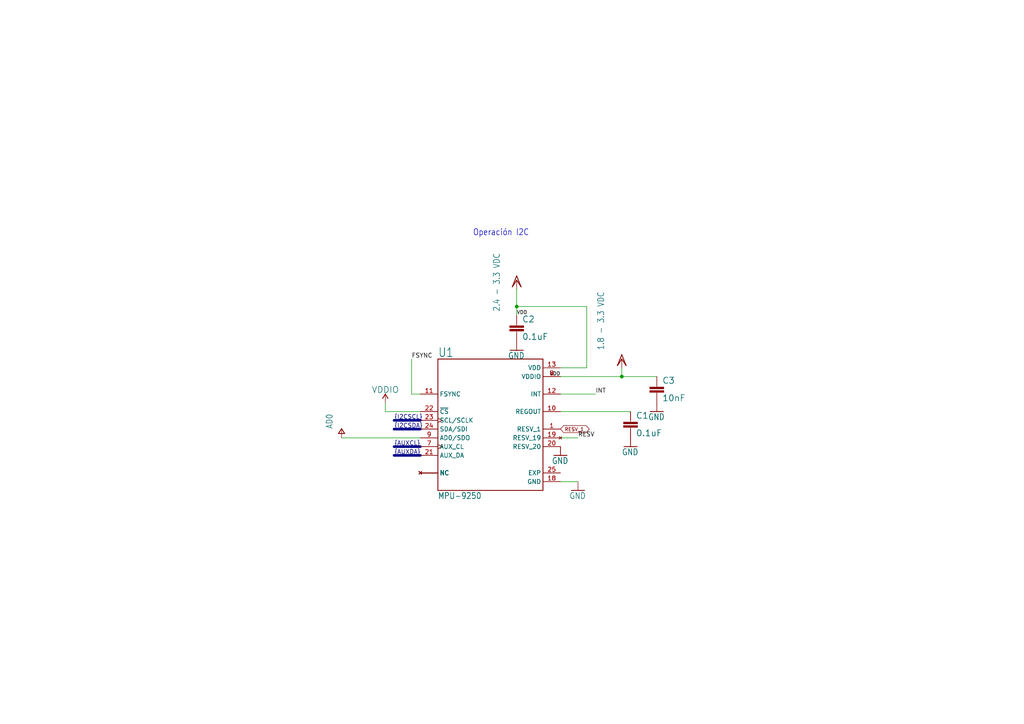
<source format=kicad_sch>
(kicad_sch
	(version 20231120)
	(generator "eeschema")
	(generator_version "8.0")
	(uuid "c7ba0818-5246-4f1b-9bbe-08050b37def5")
	(paper "A4")
	(lib_symbols
		(symbol "MPU9250-eagle-import:CAP-1206"
			(exclude_from_sim no)
			(in_bom yes)
			(on_board yes)
			(property "Reference" "C"
				(at 1.524 2.921 0)
				(effects
					(font
						(size 1.778 1.778)
					)
					(justify left bottom)
				)
			)
			(property "Value" ""
				(at 1.524 -2.159 0)
				(effects
					(font
						(size 1.778 1.778)
					)
					(justify left bottom)
				)
			)
			(property "Footprint" "MPU9250:1206"
				(at 0 0 0)
				(effects
					(font
						(size 1.27 1.27)
					)
					(hide yes)
				)
			)
			(property "Datasheet" ""
				(at 0 0 0)
				(effects
					(font
						(size 1.27 1.27)
					)
					(hide yes)
				)
			)
			(property "Description" ""
				(at 0 0 0)
				(effects
					(font
						(size 1.27 1.27)
					)
					(hide yes)
				)
			)
			(property "ki_locked" ""
				(at 0 0 0)
				(effects
					(font
						(size 1.27 1.27)
					)
				)
			)
			(symbol "CAP-1206_1_0"
				(rectangle
					(start -2.032 0.508)
					(end 2.032 1.016)
					(stroke
						(width 0)
						(type default)
					)
					(fill
						(type outline)
					)
				)
				(rectangle
					(start -2.032 1.524)
					(end 2.032 2.032)
					(stroke
						(width 0)
						(type default)
					)
					(fill
						(type outline)
					)
				)
				(polyline
					(pts
						(xy 0 0) (xy 0 0.508)
					)
					(stroke
						(width 0.1524)
						(type solid)
					)
					(fill
						(type none)
					)
				)
				(polyline
					(pts
						(xy 0 2.54) (xy 0 2.032)
					)
					(stroke
						(width 0.1524)
						(type solid)
					)
					(fill
						(type none)
					)
				)
				(pin passive line
					(at 0 5.08 270)
					(length 2.54)
					(name "1"
						(effects
							(font
								(size 0 0)
							)
						)
					)
					(number "1"
						(effects
							(font
								(size 0 0)
							)
						)
					)
				)
				(pin passive line
					(at 0 -2.54 90)
					(length 2.54)
					(name "2"
						(effects
							(font
								(size 0 0)
							)
						)
					)
					(number "2"
						(effects
							(font
								(size 0 0)
							)
						)
					)
				)
			)
		)
		(symbol "MPU9250-eagle-import:GND"
			(power)
			(exclude_from_sim no)
			(in_bom yes)
			(on_board yes)
			(property "Reference" "#GND"
				(at 0 0 0)
				(effects
					(font
						(size 1.27 1.27)
					)
					(hide yes)
				)
			)
			(property "Value" ""
				(at -2.54 -2.54 0)
				(effects
					(font
						(size 1.778 1.5113)
					)
					(justify left bottom)
				)
			)
			(property "Footprint" ""
				(at 0 0 0)
				(effects
					(font
						(size 1.27 1.27)
					)
					(hide yes)
				)
			)
			(property "Datasheet" ""
				(at 0 0 0)
				(effects
					(font
						(size 1.27 1.27)
					)
					(hide yes)
				)
			)
			(property "Description" "SUPPLY SYMBOL"
				(at 0 0 0)
				(effects
					(font
						(size 1.27 1.27)
					)
					(hide yes)
				)
			)
			(property "ki_locked" ""
				(at 0 0 0)
				(effects
					(font
						(size 1.27 1.27)
					)
				)
			)
			(symbol "GND_1_0"
				(polyline
					(pts
						(xy -1.905 0) (xy 1.905 0)
					)
					(stroke
						(width 0.254)
						(type solid)
					)
					(fill
						(type none)
					)
				)
				(pin power_in line
					(at 0 2.54 270)
					(length 2.54)
					(name "GND"
						(effects
							(font
								(size 0 0)
							)
						)
					)
					(number "1"
						(effects
							(font
								(size 0 0)
							)
						)
					)
				)
			)
		)
		(symbol "MPU9250-eagle-import:MPU-9250"
			(exclude_from_sim no)
			(in_bom yes)
			(on_board yes)
			(property "Reference" "U"
				(at -15.2602 20.8556 0)
				(effects
					(font
						(size 2.54 2.159)
					)
					(justify left bottom)
				)
			)
			(property "Value" ""
				(at -15.2414 -20.3219 0)
				(effects
					(font
						(size 1.7781 1.5113)
					)
					(justify left bottom)
				)
			)
			(property "Footprint" "MPU9250:QFN40P300X300X105-25N"
				(at 0 0 0)
				(effects
					(font
						(size 1.27 1.27)
					)
					(hide yes)
				)
			)
			(property "Datasheet" ""
				(at 0 0 0)
				(effects
					(font
						(size 1.27 1.27)
					)
					(hide yes)
				)
			)
			(property "Description" "https://pricing.snapeda.com/parts/MPU-9250/TDK%20InvenSense/view-part?ref=eda Check availability"
				(at 0 0 0)
				(effects
					(font
						(size 1.27 1.27)
					)
					(hide yes)
				)
			)
			(property "ki_locked" ""
				(at 0 0 0)
				(effects
					(font
						(size 1.27 1.27)
					)
				)
			)
			(symbol "MPU-9250_1_0"
				(polyline
					(pts
						(xy -15.24 -17.78) (xy 15.24 -17.78)
					)
					(stroke
						(width 0.254)
						(type solid)
					)
					(fill
						(type none)
					)
				)
				(polyline
					(pts
						(xy -15.24 20.32) (xy -15.24 -17.78)
					)
					(stroke
						(width 0.254)
						(type solid)
					)
					(fill
						(type none)
					)
				)
				(polyline
					(pts
						(xy 15.24 -17.78) (xy 15.24 20.32)
					)
					(stroke
						(width 0.254)
						(type solid)
					)
					(fill
						(type none)
					)
				)
				(polyline
					(pts
						(xy 15.24 20.32) (xy -15.24 20.32)
					)
					(stroke
						(width 0.254)
						(type solid)
					)
					(fill
						(type none)
					)
				)
				(pin power_in line
					(at 20.32 0 180)
					(length 5.08)
					(name "RESV_1"
						(effects
							(font
								(size 1.27 1.27)
							)
						)
					)
					(number "1"
						(effects
							(font
								(size 1.27 1.27)
							)
						)
					)
				)
				(pin output line
					(at 20.32 5.08 180)
					(length 5.08)
					(name "REGOUT"
						(effects
							(font
								(size 1.27 1.27)
							)
						)
					)
					(number "10"
						(effects
							(font
								(size 1.27 1.27)
							)
						)
					)
				)
				(pin input line
					(at -20.32 10.16 0)
					(length 5.08)
					(name "FSYNC"
						(effects
							(font
								(size 1.27 1.27)
							)
						)
					)
					(number "11"
						(effects
							(font
								(size 1.27 1.27)
							)
						)
					)
				)
				(pin output line
					(at 20.32 10.16 180)
					(length 5.08)
					(name "INT"
						(effects
							(font
								(size 1.27 1.27)
							)
						)
					)
					(number "12"
						(effects
							(font
								(size 1.27 1.27)
							)
						)
					)
				)
				(pin power_in line
					(at 20.32 17.78 180)
					(length 5.08)
					(name "VDD"
						(effects
							(font
								(size 1.27 1.27)
							)
						)
					)
					(number "13"
						(effects
							(font
								(size 1.27 1.27)
							)
						)
					)
				)
				(pin no_connect line
					(at -20.32 -12.7 0)
					(length 5.08)
					(name "NC"
						(effects
							(font
								(size 1.27 1.27)
							)
						)
					)
					(number "14"
						(effects
							(font
								(size 0 0)
							)
						)
					)
				)
				(pin no_connect line
					(at -20.32 -12.7 0)
					(length 5.08)
					(name "NC"
						(effects
							(font
								(size 1.27 1.27)
							)
						)
					)
					(number "15"
						(effects
							(font
								(size 0 0)
							)
						)
					)
				)
				(pin no_connect line
					(at -20.32 -12.7 0)
					(length 5.08)
					(name "NC"
						(effects
							(font
								(size 1.27 1.27)
							)
						)
					)
					(number "16"
						(effects
							(font
								(size 0 0)
							)
						)
					)
				)
				(pin no_connect line
					(at -20.32 -12.7 0)
					(length 5.08)
					(name "NC"
						(effects
							(font
								(size 1.27 1.27)
							)
						)
					)
					(number "17"
						(effects
							(font
								(size 0 0)
							)
						)
					)
				)
				(pin power_in line
					(at 20.32 -15.24 180)
					(length 5.08)
					(name "GND"
						(effects
							(font
								(size 1.27 1.27)
							)
						)
					)
					(number "18"
						(effects
							(font
								(size 1.27 1.27)
							)
						)
					)
				)
				(pin no_connect line
					(at 20.32 -2.54 180)
					(length 5.08)
					(name "RESV_19"
						(effects
							(font
								(size 1.27 1.27)
							)
						)
					)
					(number "19"
						(effects
							(font
								(size 1.27 1.27)
							)
						)
					)
				)
				(pin no_connect line
					(at -20.32 -12.7 0)
					(length 5.08)
					(name "NC"
						(effects
							(font
								(size 1.27 1.27)
							)
						)
					)
					(number "2"
						(effects
							(font
								(size 0 0)
							)
						)
					)
				)
				(pin power_in line
					(at 20.32 -5.08 180)
					(length 5.08)
					(name "RESV_20"
						(effects
							(font
								(size 1.27 1.27)
							)
						)
					)
					(number "20"
						(effects
							(font
								(size 1.27 1.27)
							)
						)
					)
				)
				(pin input line
					(at -20.32 -7.62 0)
					(length 5.08)
					(name "AUX_DA"
						(effects
							(font
								(size 1.27 1.27)
							)
						)
					)
					(number "21"
						(effects
							(font
								(size 1.27 1.27)
							)
						)
					)
				)
				(pin input line
					(at -20.32 5.08 0)
					(length 5.08)
					(name "~{CS}"
						(effects
							(font
								(size 1.27 1.27)
							)
						)
					)
					(number "22"
						(effects
							(font
								(size 1.27 1.27)
							)
						)
					)
				)
				(pin input clock
					(at -20.32 2.54 0)
					(length 5.08)
					(name "SCL/SCLK"
						(effects
							(font
								(size 1.27 1.27)
							)
						)
					)
					(number "23"
						(effects
							(font
								(size 1.27 1.27)
							)
						)
					)
				)
				(pin bidirectional line
					(at -20.32 0 0)
					(length 5.08)
					(name "SDA/SDI"
						(effects
							(font
								(size 1.27 1.27)
							)
						)
					)
					(number "24"
						(effects
							(font
								(size 1.27 1.27)
							)
						)
					)
				)
				(pin passive line
					(at 20.32 -12.7 180)
					(length 5.08)
					(name "EXP"
						(effects
							(font
								(size 1.27 1.27)
							)
						)
					)
					(number "25"
						(effects
							(font
								(size 1.27 1.27)
							)
						)
					)
				)
				(pin no_connect line
					(at -20.32 -12.7 0)
					(length 5.08)
					(name "NC"
						(effects
							(font
								(size 1.27 1.27)
							)
						)
					)
					(number "3"
						(effects
							(font
								(size 0 0)
							)
						)
					)
				)
				(pin no_connect line
					(at -20.32 -12.7 0)
					(length 5.08)
					(name "NC"
						(effects
							(font
								(size 1.27 1.27)
							)
						)
					)
					(number "4"
						(effects
							(font
								(size 0 0)
							)
						)
					)
				)
				(pin no_connect line
					(at -20.32 -12.7 0)
					(length 5.08)
					(name "NC"
						(effects
							(font
								(size 1.27 1.27)
							)
						)
					)
					(number "5"
						(effects
							(font
								(size 0 0)
							)
						)
					)
				)
				(pin no_connect line
					(at -20.32 -12.7 0)
					(length 5.08)
					(name "NC"
						(effects
							(font
								(size 1.27 1.27)
							)
						)
					)
					(number "6"
						(effects
							(font
								(size 0 0)
							)
						)
					)
				)
				(pin input clock
					(at -20.32 -5.08 0)
					(length 5.08)
					(name "AUX_CL"
						(effects
							(font
								(size 1.27 1.27)
							)
						)
					)
					(number "7"
						(effects
							(font
								(size 1.27 1.27)
							)
						)
					)
				)
				(pin power_in line
					(at 20.32 15.24 180)
					(length 5.08)
					(name "VDDIO"
						(effects
							(font
								(size 1.27 1.27)
							)
						)
					)
					(number "8"
						(effects
							(font
								(size 1.27 1.27)
							)
						)
					)
				)
				(pin output line
					(at -20.32 -2.54 0)
					(length 5.08)
					(name "AD0/SDO"
						(effects
							(font
								(size 1.27 1.27)
							)
						)
					)
					(number "9"
						(effects
							(font
								(size 1.27 1.27)
							)
						)
					)
				)
			)
		)
		(symbol "MPU9250-eagle-import:V+"
			(power)
			(exclude_from_sim no)
			(in_bom yes)
			(on_board yes)
			(property "Reference" "#P+"
				(at 0 0 0)
				(effects
					(font
						(size 1.27 1.27)
					)
					(hide yes)
				)
			)
			(property "Value" ""
				(at -2.54 -2.54 90)
				(effects
					(font
						(size 1.778 1.5113)
					)
					(justify left bottom)
				)
			)
			(property "Footprint" ""
				(at 0 0 0)
				(effects
					(font
						(size 1.27 1.27)
					)
					(hide yes)
				)
			)
			(property "Datasheet" ""
				(at 0 0 0)
				(effects
					(font
						(size 1.27 1.27)
					)
					(hide yes)
				)
			)
			(property "Description" "SUPPLY SYMBOL"
				(at 0 0 0)
				(effects
					(font
						(size 1.27 1.27)
					)
					(hide yes)
				)
			)
			(property "ki_locked" ""
				(at 0 0 0)
				(effects
					(font
						(size 1.27 1.27)
					)
				)
			)
			(symbol "V+_1_0"
				(polyline
					(pts
						(xy -0.889 -1.27) (xy 0.889 -1.27)
					)
					(stroke
						(width 0.254)
						(type solid)
					)
					(fill
						(type none)
					)
				)
				(polyline
					(pts
						(xy 0 0.127) (xy -0.889 -1.27)
					)
					(stroke
						(width 0.254)
						(type solid)
					)
					(fill
						(type none)
					)
				)
				(polyline
					(pts
						(xy 0.889 -1.27) (xy 0 0.127)
					)
					(stroke
						(width 0.254)
						(type solid)
					)
					(fill
						(type none)
					)
				)
				(pin power_in line
					(at 0 -2.54 90)
					(length 2.54)
					(name "V+"
						(effects
							(font
								(size 0 0)
							)
						)
					)
					(number "1"
						(effects
							(font
								(size 0 0)
							)
						)
					)
				)
			)
		)
		(symbol "MPU9250-eagle-import:VDD"
			(power)
			(exclude_from_sim no)
			(in_bom yes)
			(on_board yes)
			(property "Reference" "#VDD"
				(at 0 0 0)
				(effects
					(font
						(size 1.27 1.27)
					)
					(hide yes)
				)
			)
			(property "Value" ""
				(at -2.54 -2.54 90)
				(effects
					(font
						(size 1.778 1.5113)
					)
					(justify left bottom)
				)
			)
			(property "Footprint" ""
				(at 0 0 0)
				(effects
					(font
						(size 1.27 1.27)
					)
					(hide yes)
				)
			)
			(property "Datasheet" ""
				(at 0 0 0)
				(effects
					(font
						(size 1.27 1.27)
					)
					(hide yes)
				)
			)
			(property "Description" "SUPPLY SYMBOL"
				(at 0 0 0)
				(effects
					(font
						(size 1.27 1.27)
					)
					(hide yes)
				)
			)
			(property "ki_locked" ""
				(at 0 0 0)
				(effects
					(font
						(size 1.27 1.27)
					)
				)
			)
			(symbol "VDD_1_0"
				(polyline
					(pts
						(xy 0 0) (xy -1.27 -1.905)
					)
					(stroke
						(width 0.254)
						(type solid)
					)
					(fill
						(type none)
					)
				)
				(polyline
					(pts
						(xy 0 1.27) (xy -1.27 -1.905)
					)
					(stroke
						(width 0.254)
						(type solid)
					)
					(fill
						(type none)
					)
				)
				(polyline
					(pts
						(xy 1.27 -1.905) (xy 0 0)
					)
					(stroke
						(width 0.254)
						(type solid)
					)
					(fill
						(type none)
					)
				)
				(polyline
					(pts
						(xy 1.27 -1.905) (xy 0 1.27)
					)
					(stroke
						(width 0.254)
						(type solid)
					)
					(fill
						(type none)
					)
				)
				(pin power_in line
					(at 0 -2.54 90)
					(length 2.54)
					(name "VDD"
						(effects
							(font
								(size 0 0)
							)
						)
					)
					(number "1"
						(effects
							(font
								(size 0 0)
							)
						)
					)
				)
			)
		)
		(symbol "MPU9250-eagle-import:VDDIO"
			(power)
			(exclude_from_sim no)
			(in_bom yes)
			(on_board yes)
			(property "Reference" "#SUPPLY"
				(at 0 0 0)
				(effects
					(font
						(size 1.27 1.27)
					)
					(hide yes)
				)
			)
			(property "Value" ""
				(at 0 2.794 0)
				(effects
					(font
						(size 1.778 1.778)
					)
					(justify bottom)
				)
			)
			(property "Footprint" ""
				(at 0 0 0)
				(effects
					(font
						(size 1.27 1.27)
					)
					(hide yes)
				)
			)
			(property "Datasheet" ""
				(at 0 0 0)
				(effects
					(font
						(size 1.27 1.27)
					)
					(hide yes)
				)
			)
			(property "Description" "VDD Voltage Supply\n\nPositive voltage supply (traditionally for a CMOS device, D=drain)."
				(at 0 0 0)
				(effects
					(font
						(size 1.27 1.27)
					)
					(hide yes)
				)
			)
			(property "ki_locked" ""
				(at 0 0 0)
				(effects
					(font
						(size 1.27 1.27)
					)
				)
			)
			(symbol "VDDIO_1_0"
				(polyline
					(pts
						(xy 0 2.54) (xy -0.762 1.27)
					)
					(stroke
						(width 0.254)
						(type solid)
					)
					(fill
						(type none)
					)
				)
				(polyline
					(pts
						(xy 0.762 1.27) (xy 0 2.54)
					)
					(stroke
						(width 0.254)
						(type solid)
					)
					(fill
						(type none)
					)
				)
				(pin power_in line
					(at 0 0 90)
					(length 2.54)
					(name "VDDIO"
						(effects
							(font
								(size 0 0)
							)
						)
					)
					(number "1"
						(effects
							(font
								(size 0 0)
							)
						)
					)
				)
			)
		)
	)
	(junction
		(at 149.86 88.9)
		(diameter 0)
		(color 0 0 0 0)
		(uuid "0d8e6294-0cd0-4ac4-8273-ec73b7c098f6")
	)
	(junction
		(at 180.34 109.22)
		(diameter 0)
		(color 0 0 0 0)
		(uuid "835b9351-8ef5-4694-ac32-b9f000f6f03e")
	)
	(wire
		(pts
			(xy 119.38 114.3) (xy 119.38 104.14)
		)
		(stroke
			(width 0.1524)
			(type solid)
		)
		(uuid "264d6325-fec7-4d3a-9abb-06285c308d23")
	)
	(bus
		(pts
			(xy 121.92 124.46) (xy 114.3 124.46)
		)
		(stroke
			(width 0.762)
			(type solid)
		)
		(uuid "45e40d58-6269-42b9-96e5-b167f2a8c5f8")
	)
	(wire
		(pts
			(xy 162.56 127) (xy 167.64 127)
		)
		(stroke
			(width 0.1524)
			(type solid)
		)
		(uuid "4dc7381d-793e-4479-bd59-af8c64deceb8")
	)
	(wire
		(pts
			(xy 121.92 127) (xy 99.06 127)
		)
		(stroke
			(width 0.1524)
			(type solid)
		)
		(uuid "566e085c-0a29-442d-8c4a-e17f8b3b64fe")
	)
	(wire
		(pts
			(xy 170.18 106.68) (xy 170.18 88.9)
		)
		(stroke
			(width 0.1524)
			(type solid)
		)
		(uuid "69cbec27-7838-425d-8a09-f7f88000a109")
	)
	(bus
		(pts
			(xy 121.92 129.54) (xy 114.3 129.54)
		)
		(stroke
			(width 0.762)
			(type solid)
		)
		(uuid "7d09f41a-13fd-4edc-bda9-719a81c192fb")
	)
	(wire
		(pts
			(xy 111.76 116.84) (xy 111.76 119.38)
		)
		(stroke
			(width 0.1524)
			(type solid)
		)
		(uuid "7d15bddd-22b8-4d56-a2c6-b52684353287")
	)
	(wire
		(pts
			(xy 180.34 109.22) (xy 180.34 106.68)
		)
		(stroke
			(width 0.1524)
			(type solid)
		)
		(uuid "81b9eeb2-90fb-4d34-8a98-a5fd128613e2")
	)
	(wire
		(pts
			(xy 170.18 88.9) (xy 149.86 88.9)
		)
		(stroke
			(width 0.1524)
			(type solid)
		)
		(uuid "90a011f9-24a5-4d3f-8d26-ca029bc2591d")
	)
	(wire
		(pts
			(xy 162.56 139.7) (xy 167.64 139.7)
		)
		(stroke
			(width 0.1524)
			(type solid)
		)
		(uuid "96d004f6-e935-43cc-875b-75c5f48f813a")
	)
	(wire
		(pts
			(xy 121.92 114.3) (xy 119.38 114.3)
		)
		(stroke
			(width 0.1524)
			(type solid)
		)
		(uuid "a0aa2bde-ccd6-4cd2-8ea8-6887aa16fd44")
	)
	(wire
		(pts
			(xy 162.56 119.38) (xy 182.88 119.38)
		)
		(stroke
			(width 0.1524)
			(type solid)
		)
		(uuid "a0db7b9c-8daf-471f-a06b-b7487e3c3dfd")
	)
	(wire
		(pts
			(xy 111.76 119.38) (xy 121.92 119.38)
		)
		(stroke
			(width 0.1524)
			(type solid)
		)
		(uuid "a7cb44f2-d7b0-4cf1-bf7b-937c9bfabbed")
	)
	(bus
		(pts
			(xy 121.92 121.92) (xy 114.3 121.92)
		)
		(stroke
			(width 0.762)
			(type solid)
		)
		(uuid "c5135def-4035-4062-ab24-25748ed50cc4")
	)
	(bus
		(pts
			(xy 121.92 132.08) (xy 114.3 132.08)
		)
		(stroke
			(width 0.762)
			(type solid)
		)
		(uuid "c758a733-452d-4835-a2c7-5489c3103707")
	)
	(wire
		(pts
			(xy 162.56 109.22) (xy 180.34 109.22)
		)
		(stroke
			(width 0.1524)
			(type solid)
		)
		(uuid "c95e1af1-2cb2-4a4f-b0cf-eaeb9eeb683b")
	)
	(wire
		(pts
			(xy 149.86 91.44) (xy 149.86 88.9)
		)
		(stroke
			(width 0.1524)
			(type solid)
		)
		(uuid "d21eea92-3552-446f-97bc-56b60ed787f8")
	)
	(wire
		(pts
			(xy 162.56 106.68) (xy 170.18 106.68)
		)
		(stroke
			(width 0.1524)
			(type solid)
		)
		(uuid "d2ae177a-0ee5-4546-8b19-e565d84773f1")
	)
	(wire
		(pts
			(xy 180.34 109.22) (xy 190.5 109.22)
		)
		(stroke
			(width 0.1524)
			(type solid)
		)
		(uuid "db776cce-5282-4485-acc7-86caaf4f5137")
	)
	(wire
		(pts
			(xy 149.86 88.9) (xy 149.86 83.82)
		)
		(stroke
			(width 0.1524)
			(type solid)
		)
		(uuid "e89595e2-bb02-4611-9703-d019118a51f1")
	)
	(wire
		(pts
			(xy 162.56 114.3) (xy 172.72 114.3)
		)
		(stroke
			(width 0.1524)
			(type solid)
		)
		(uuid "f99e3014-094d-449f-bc2f-b78fb19427e7")
	)
	(text "Operación I2C"
		(exclude_from_sim no)
		(at 137.16 68.58 0)
		(effects
			(font
				(size 1.778 1.5113)
			)
			(justify left bottom)
		)
		(uuid "eb5f6f69-cf19-4b9b-8125-437e317f8ea4")
	)
	(label "RESV"
		(at 167.64 127 0)
		(effects
			(font
				(size 1.2446 1.2446)
			)
			(justify left bottom)
		)
		(uuid "0cf0e096-d9a3-4c88-b81f-fd05d5b9dc34")
	)
	(label "VDD"
		(at 149.86 91.44 0)
		(effects
			(font
				(size 1.016 1.016)
			)
			(justify left bottom)
		)
		(uuid "1b8e62c2-1ead-4c42-ba35-66e9570ee6b1")
	)
	(label "{AUXDA}"
		(at 114.3 132.08 0)
		(effects
			(font
				(size 1.2446 1.2446)
			)
			(justify left bottom)
		)
		(uuid "29576f5a-bf5e-4b91-a453-ceda9acac87a")
	)
	(label "VDD"
		(at 162.56 109.22 180)
		(effects
			(font
				(size 1.016 1.016)
			)
			(justify right bottom)
		)
		(uuid "29a4f944-b589-418f-8450-4b7c49122fe7")
	)
	(label "FSYNC"
		(at 119.38 104.14 0)
		(effects
			(font
				(size 1.2446 1.2446)
			)
			(justify left bottom)
		)
		(uuid "36c1a3d9-b18d-482a-b677-27077c3e773e")
	)
	(label "INT"
		(at 172.72 114.3 0)
		(effects
			(font
				(size 1.2446 1.2446)
			)
			(justify left bottom)
		)
		(uuid "375e399a-8325-42f5-897a-abf422f5c3b6")
	)
	(label "{AUXCL}"
		(at 114.3 129.54 0)
		(effects
			(font
				(size 1.2446 1.2446)
			)
			(justify left bottom)
		)
		(uuid "946dffbb-867f-4fe7-87f2-cbf9d42cbe1e")
	)
	(label "{I2CSCL}"
		(at 114.3 121.92 0)
		(effects
			(font
				(size 1.2446 1.2446)
			)
			(justify left bottom)
		)
		(uuid "988de505-d42c-4b7f-ae66-c65330ea3999")
	)
	(label "{I2CSDA}"
		(at 114.3 124.46 0)
		(effects
			(font
				(size 1.2446 1.2446)
			)
			(justify left bottom)
		)
		(uuid "ade87b55-cc61-481a-99e6-802607011349")
	)
	(global_label "RESV_1"
		(shape bidirectional)
		(at 162.56 124.46 0)
		(fields_autoplaced yes)
		(effects
			(font
				(size 1.016 1.016)
			)
			(justify left)
		)
		(uuid "faf5f220-9634-48b1-8b2e-9d42a17729e3")
		(property "Intersheetrefs" "${INTERSHEET_REFS}"
			(at 171.3523 124.46 0)
			(effects
				(font
					(size 1.27 1.27)
				)
				(justify left)
				(hide yes)
			)
		)
	)
	(symbol
		(lib_id "MPU9250-eagle-import:VDDIO")
		(at 111.76 116.84 0)
		(unit 1)
		(exclude_from_sim no)
		(in_bom yes)
		(on_board yes)
		(dnp no)
		(uuid "31d8b16c-d66a-420b-b3f1-29323cf72d26")
		(property "Reference" "#SUPPLY1"
			(at 111.76 116.84 0)
			(effects
				(font
					(size 1.27 1.27)
				)
				(hide yes)
			)
		)
		(property "Value" "VDDIO"
			(at 111.76 114.046 0)
			(effects
				(font
					(size 1.778 1.778)
				)
				(justify bottom)
			)
		)
		(property "Footprint" ""
			(at 111.76 116.84 0)
			(effects
				(font
					(size 1.27 1.27)
				)
				(hide yes)
			)
		)
		(property "Datasheet" ""
			(at 111.76 116.84 0)
			(effects
				(font
					(size 1.27 1.27)
				)
				(hide yes)
			)
		)
		(property "Description" ""
			(at 111.76 116.84 0)
			(effects
				(font
					(size 1.27 1.27)
				)
				(hide yes)
			)
		)
		(pin "1"
			(uuid "72dde9a9-67d4-47bb-9439-372b6f4f42a3")
		)
		(instances
			(project ""
				(path "/c7ba0818-5246-4f1b-9bbe-08050b37def5"
					(reference "#SUPPLY1")
					(unit 1)
				)
			)
		)
	)
	(symbol
		(lib_id "MPU9250-eagle-import:GND")
		(at 149.86 101.6 0)
		(unit 1)
		(exclude_from_sim no)
		(in_bom yes)
		(on_board yes)
		(dnp no)
		(uuid "444924a6-2ea5-4117-a4fc-0799899ed87f")
		(property "Reference" "#GND3"
			(at 149.86 101.6 0)
			(effects
				(font
					(size 1.27 1.27)
				)
				(hide yes)
			)
		)
		(property "Value" "GND"
			(at 147.32 104.14 0)
			(effects
				(font
					(size 1.778 1.5113)
				)
				(justify left bottom)
			)
		)
		(property "Footprint" ""
			(at 149.86 101.6 0)
			(effects
				(font
					(size 1.27 1.27)
				)
				(hide yes)
			)
		)
		(property "Datasheet" ""
			(at 149.86 101.6 0)
			(effects
				(font
					(size 1.27 1.27)
				)
				(hide yes)
			)
		)
		(property "Description" ""
			(at 149.86 101.6 0)
			(effects
				(font
					(size 1.27 1.27)
				)
				(hide yes)
			)
		)
		(pin "1"
			(uuid "95d7dc1d-ad99-4c50-a4aa-067748a5dcf4")
		)
		(instances
			(project ""
				(path "/c7ba0818-5246-4f1b-9bbe-08050b37def5"
					(reference "#GND3")
					(unit 1)
				)
			)
		)
	)
	(symbol
		(lib_id "MPU9250-eagle-import:MPU-9250")
		(at 142.24 124.46 0)
		(unit 1)
		(exclude_from_sim no)
		(in_bom yes)
		(on_board yes)
		(dnp no)
		(uuid "49eb7a00-fcfa-4203-a4d3-65f1f17c03c1")
		(property "Reference" "U1"
			(at 126.9798 103.6044 0)
			(effects
				(font
					(size 2.54 2.159)
				)
				(justify left bottom)
			)
		)
		(property "Value" "MPU-9250"
			(at 126.9986 144.7819 0)
			(effects
				(font
					(size 1.7781 1.5113)
				)
				(justify left bottom)
			)
		)
		(property "Footprint" "MPU9250:QFN40P300X300X105-25N"
			(at 142.24 124.46 0)
			(effects
				(font
					(size 1.27 1.27)
				)
				(hide yes)
			)
		)
		(property "Datasheet" ""
			(at 142.24 124.46 0)
			(effects
				(font
					(size 1.27 1.27)
				)
				(hide yes)
			)
		)
		(property "Description" ""
			(at 142.24 124.46 0)
			(effects
				(font
					(size 1.27 1.27)
				)
				(hide yes)
			)
		)
		(pin "13"
			(uuid "49706a02-1328-45e7-a19c-fca59f03f6ac")
		)
		(pin "1"
			(uuid "a996f7c0-58bb-4b76-beb8-94868590ba9d")
		)
		(pin "10"
			(uuid "ceed7ac4-f95d-4400-8b04-06fd41fcd654")
		)
		(pin "14"
			(uuid "b21923ec-86b9-452b-89a2-2ee38aad75c9")
		)
		(pin "15"
			(uuid "4d37986a-8c36-426b-b55a-50728a217296")
		)
		(pin "17"
			(uuid "2b05c85d-dfe2-4526-bc64-6b02ebd760de")
		)
		(pin "18"
			(uuid "709e9169-1e57-44e9-867e-aa413fd092ca")
		)
		(pin "11"
			(uuid "33b92048-4c48-4759-afcf-f00b089fe4d1")
		)
		(pin "12"
			(uuid "fb75c55a-e319-4a4a-a7f4-7a8d5bb30c80")
		)
		(pin "16"
			(uuid "3cd4d7a0-0546-4a3f-84b1-d86f716a06e0")
		)
		(pin "19"
			(uuid "3b1614b0-78e5-486a-aa33-b1441e28aa4d")
		)
		(pin "24"
			(uuid "c4b3a177-f671-4452-b994-e6aef94bd81b")
		)
		(pin "21"
			(uuid "5a8fb051-232b-40dc-a872-af2ddcb492ab")
		)
		(pin "22"
			(uuid "55eba08b-aad1-434e-8545-6120ad6888f1")
		)
		(pin "4"
			(uuid "8a09a064-9cb4-4fe5-81d0-c0a9fe8be68c")
		)
		(pin "9"
			(uuid "52905afb-48bc-4005-91af-e945f8b5cc03")
		)
		(pin "23"
			(uuid "25e797b9-5ab2-4b2d-a3b9-8be79ea570e0")
		)
		(pin "25"
			(uuid "69d7e73b-987a-4db8-bfb0-340f0294f57a")
		)
		(pin "3"
			(uuid "13d9fbee-d7bd-4495-bad3-c156650f906d")
		)
		(pin "5"
			(uuid "ee33f4c6-fba6-415c-b525-bdb27cec4bbd")
		)
		(pin "8"
			(uuid "b5f515b4-78c2-415d-b16d-fd3790332b20")
		)
		(pin "20"
			(uuid "246bf52f-e755-4a2a-9468-0d27d2151ea4")
		)
		(pin "2"
			(uuid "677cc7fe-ebce-460f-a23e-6d22cdc0fc5c")
		)
		(pin "7"
			(uuid "9d0db467-f841-4397-a918-bbc663b0ddb3")
		)
		(pin "6"
			(uuid "a4fdf4b5-e77f-4dfa-800b-a9650f647606")
		)
		(instances
			(project ""
				(path "/c7ba0818-5246-4f1b-9bbe-08050b37def5"
					(reference "U1")
					(unit 1)
				)
			)
		)
	)
	(symbol
		(lib_id "MPU9250-eagle-import:GND")
		(at 162.56 132.08 0)
		(unit 1)
		(exclude_from_sim no)
		(in_bom yes)
		(on_board yes)
		(dnp no)
		(uuid "513a02a7-0355-4bc3-8484-f2e7c089dcee")
		(property "Reference" "#GND5"
			(at 162.56 132.08 0)
			(effects
				(font
					(size 1.27 1.27)
				)
				(hide yes)
			)
		)
		(property "Value" "GND"
			(at 160.02 134.62 0)
			(effects
				(font
					(size 1.778 1.5113)
				)
				(justify left bottom)
			)
		)
		(property "Footprint" ""
			(at 162.56 132.08 0)
			(effects
				(font
					(size 1.27 1.27)
				)
				(hide yes)
			)
		)
		(property "Datasheet" ""
			(at 162.56 132.08 0)
			(effects
				(font
					(size 1.27 1.27)
				)
				(hide yes)
			)
		)
		(property "Description" ""
			(at 162.56 132.08 0)
			(effects
				(font
					(size 1.27 1.27)
				)
				(hide yes)
			)
		)
		(pin "1"
			(uuid "331aa12b-844c-4283-9c45-3c0c40bb627d")
		)
		(instances
			(project ""
				(path "/c7ba0818-5246-4f1b-9bbe-08050b37def5"
					(reference "#GND5")
					(unit 1)
				)
			)
		)
	)
	(symbol
		(lib_id "MPU9250-eagle-import:VDD")
		(at 149.86 81.28 0)
		(unit 1)
		(exclude_from_sim no)
		(in_bom yes)
		(on_board yes)
		(dnp no)
		(uuid "793a1134-864e-4848-9c92-8c5b25c3df93")
		(property "Reference" "#VDD1"
			(at 149.86 81.28 0)
			(effects
				(font
					(size 1.27 1.27)
				)
				(hide yes)
			)
		)
		(property "Value" "2.4 - 3.3 VDC"
			(at 145.034 90.424 90)
			(effects
				(font
					(size 1.778 1.5113)
				)
				(justify left bottom)
			)
		)
		(property "Footprint" ""
			(at 149.86 81.28 0)
			(effects
				(font
					(size 1.27 1.27)
				)
				(hide yes)
			)
		)
		(property "Datasheet" ""
			(at 149.86 81.28 0)
			(effects
				(font
					(size 1.27 1.27)
				)
				(hide yes)
			)
		)
		(property "Description" ""
			(at 149.86 81.28 0)
			(effects
				(font
					(size 1.27 1.27)
				)
				(hide yes)
			)
		)
		(pin "1"
			(uuid "684eae77-9dc0-4c8c-9483-d18af80ebef7")
		)
		(instances
			(project ""
				(path "/c7ba0818-5246-4f1b-9bbe-08050b37def5"
					(reference "#VDD1")
					(unit 1)
				)
			)
		)
	)
	(symbol
		(lib_id "MPU9250-eagle-import:CAP-1206")
		(at 190.5 114.3 0)
		(unit 1)
		(exclude_from_sim no)
		(in_bom yes)
		(on_board yes)
		(dnp no)
		(uuid "b6ca15a0-4c6e-41e9-a830-7781ef53fb18")
		(property "Reference" "C3"
			(at 192.024 111.379 0)
			(effects
				(font
					(size 1.778 1.778)
				)
				(justify left bottom)
			)
		)
		(property "Value" "10nF"
			(at 192.024 116.459 0)
			(effects
				(font
					(size 1.778 1.778)
				)
				(justify left bottom)
			)
		)
		(property "Footprint" "MPU9250:1206"
			(at 190.5 114.3 0)
			(effects
				(font
					(size 1.27 1.27)
				)
				(hide yes)
			)
		)
		(property "Datasheet" ""
			(at 190.5 114.3 0)
			(effects
				(font
					(size 1.27 1.27)
				)
				(hide yes)
			)
		)
		(property "Description" ""
			(at 190.5 114.3 0)
			(effects
				(font
					(size 1.27 1.27)
				)
				(hide yes)
			)
		)
		(pin "2"
			(uuid "c667ca89-e86e-45af-adf2-a750af2045be")
		)
		(pin "1"
			(uuid "09a6d8fc-d120-4743-868c-3797a0fc79ce")
		)
		(instances
			(project ""
				(path "/c7ba0818-5246-4f1b-9bbe-08050b37def5"
					(reference "C3")
					(unit 1)
				)
			)
		)
	)
	(symbol
		(lib_id "MPU9250-eagle-import:VDD")
		(at 180.34 104.14 0)
		(unit 1)
		(exclude_from_sim no)
		(in_bom yes)
		(on_board yes)
		(dnp no)
		(uuid "cf38f19a-6b80-455f-af8e-a1f4d5a53ee2")
		(property "Reference" "#VDD2"
			(at 180.34 104.14 0)
			(effects
				(font
					(size 1.27 1.27)
				)
				(hide yes)
			)
		)
		(property "Value" "1.8 - 3.3 VDC"
			(at 175.26 101.6 90)
			(effects
				(font
					(size 1.778 1.5113)
				)
				(justify left bottom)
			)
		)
		(property "Footprint" ""
			(at 180.34 104.14 0)
			(effects
				(font
					(size 1.27 1.27)
				)
				(hide yes)
			)
		)
		(property "Datasheet" ""
			(at 180.34 104.14 0)
			(effects
				(font
					(size 1.27 1.27)
				)
				(hide yes)
			)
		)
		(property "Description" ""
			(at 180.34 104.14 0)
			(effects
				(font
					(size 1.27 1.27)
				)
				(hide yes)
			)
		)
		(pin "1"
			(uuid "0e7dcd7d-86b6-4fa1-8471-18d3116addb5")
		)
		(instances
			(project ""
				(path "/c7ba0818-5246-4f1b-9bbe-08050b37def5"
					(reference "#VDD2")
					(unit 1)
				)
			)
		)
	)
	(symbol
		(lib_id "MPU9250-eagle-import:CAP-1206")
		(at 149.86 96.52 0)
		(unit 1)
		(exclude_from_sim no)
		(in_bom yes)
		(on_board yes)
		(dnp no)
		(uuid "cfa54fdb-962f-4c08-a669-5d6b4dec1ee9")
		(property "Reference" "C2"
			(at 151.384 93.599 0)
			(effects
				(font
					(size 1.778 1.778)
				)
				(justify left bottom)
			)
		)
		(property "Value" "0.1uF"
			(at 151.384 98.679 0)
			(effects
				(font
					(size 1.778 1.778)
				)
				(justify left bottom)
			)
		)
		(property "Footprint" "MPU9250:1206"
			(at 149.86 96.52 0)
			(effects
				(font
					(size 1.27 1.27)
				)
				(hide yes)
			)
		)
		(property "Datasheet" ""
			(at 149.86 96.52 0)
			(effects
				(font
					(size 1.27 1.27)
				)
				(hide yes)
			)
		)
		(property "Description" ""
			(at 149.86 96.52 0)
			(effects
				(font
					(size 1.27 1.27)
				)
				(hide yes)
			)
		)
		(pin "1"
			(uuid "7ba235ba-3e71-4326-83b8-28f5052029b5")
		)
		(pin "2"
			(uuid "ba0ebfce-4c95-431a-9554-2730b52ae524")
		)
		(instances
			(project ""
				(path "/c7ba0818-5246-4f1b-9bbe-08050b37def5"
					(reference "C2")
					(unit 1)
				)
			)
		)
	)
	(symbol
		(lib_id "MPU9250-eagle-import:GND")
		(at 167.64 142.24 0)
		(unit 1)
		(exclude_from_sim no)
		(in_bom yes)
		(on_board yes)
		(dnp no)
		(uuid "d1812ea9-aa04-4dc1-9b96-749286e24570")
		(property "Reference" "#GND1"
			(at 167.64 142.24 0)
			(effects
				(font
					(size 1.27 1.27)
				)
				(hide yes)
			)
		)
		(property "Value" "GND"
			(at 165.1 144.78 0)
			(effects
				(font
					(size 1.778 1.5113)
				)
				(justify left bottom)
			)
		)
		(property "Footprint" ""
			(at 167.64 142.24 0)
			(effects
				(font
					(size 1.27 1.27)
				)
				(hide yes)
			)
		)
		(property "Datasheet" ""
			(at 167.64 142.24 0)
			(effects
				(font
					(size 1.27 1.27)
				)
				(hide yes)
			)
		)
		(property "Description" ""
			(at 167.64 142.24 0)
			(effects
				(font
					(size 1.27 1.27)
				)
				(hide yes)
			)
		)
		(pin "1"
			(uuid "fc6d9616-ae3e-4f49-ae1d-83f415041e13")
		)
		(instances
			(project ""
				(path "/c7ba0818-5246-4f1b-9bbe-08050b37def5"
					(reference "#GND1")
					(unit 1)
				)
			)
		)
	)
	(symbol
		(lib_id "MPU9250-eagle-import:GND")
		(at 190.5 119.38 0)
		(unit 1)
		(exclude_from_sim no)
		(in_bom yes)
		(on_board yes)
		(dnp no)
		(uuid "e1348c05-748e-4b46-bf12-304df15b259d")
		(property "Reference" "#GND4"
			(at 190.5 119.38 0)
			(effects
				(font
					(size 1.27 1.27)
				)
				(hide yes)
			)
		)
		(property "Value" "GND"
			(at 187.96 121.92 0)
			(effects
				(font
					(size 1.778 1.5113)
				)
				(justify left bottom)
			)
		)
		(property "Footprint" ""
			(at 190.5 119.38 0)
			(effects
				(font
					(size 1.27 1.27)
				)
				(hide yes)
			)
		)
		(property "Datasheet" ""
			(at 190.5 119.38 0)
			(effects
				(font
					(size 1.27 1.27)
				)
				(hide yes)
			)
		)
		(property "Description" ""
			(at 190.5 119.38 0)
			(effects
				(font
					(size 1.27 1.27)
				)
				(hide yes)
			)
		)
		(pin "1"
			(uuid "4b2964c6-fc97-4da9-bae4-dea14e0d36d5")
		)
		(instances
			(project ""
				(path "/c7ba0818-5246-4f1b-9bbe-08050b37def5"
					(reference "#GND4")
					(unit 1)
				)
			)
		)
	)
	(symbol
		(lib_id "MPU9250-eagle-import:V+")
		(at 99.06 124.46 0)
		(unit 1)
		(exclude_from_sim no)
		(in_bom yes)
		(on_board yes)
		(dnp no)
		(uuid "e69b6dc1-3527-4116-a867-b37e83243417")
		(property "Reference" "#P+1"
			(at 99.06 124.46 0)
			(effects
				(font
					(size 1.27 1.27)
				)
				(hide yes)
			)
		)
		(property "Value" "AD0"
			(at 96.52 124.46 90)
			(effects
				(font
					(size 1.778 1.5113)
				)
				(justify left bottom)
			)
		)
		(property "Footprint" ""
			(at 99.06 124.46 0)
			(effects
				(font
					(size 1.27 1.27)
				)
				(hide yes)
			)
		)
		(property "Datasheet" ""
			(at 99.06 124.46 0)
			(effects
				(font
					(size 1.27 1.27)
				)
				(hide yes)
			)
		)
		(property "Description" ""
			(at 99.06 124.46 0)
			(effects
				(font
					(size 1.27 1.27)
				)
				(hide yes)
			)
		)
		(pin "1"
			(uuid "d70bbc68-ed85-4f9d-9b40-ae6d94ea98af")
		)
		(instances
			(project ""
				(path "/c7ba0818-5246-4f1b-9bbe-08050b37def5"
					(reference "#P+1")
					(unit 1)
				)
			)
		)
	)
	(symbol
		(lib_id "MPU9250-eagle-import:CAP-1206")
		(at 182.88 124.46 0)
		(unit 1)
		(exclude_from_sim no)
		(in_bom yes)
		(on_board yes)
		(dnp no)
		(uuid "ecb4ed53-4df1-4cb5-ae6a-b9e91866decc")
		(property "Reference" "C1"
			(at 184.404 121.539 0)
			(effects
				(font
					(size 1.778 1.778)
				)
				(justify left bottom)
			)
		)
		(property "Value" "0.1uF"
			(at 184.404 126.619 0)
			(effects
				(font
					(size 1.778 1.778)
				)
				(justify left bottom)
			)
		)
		(property "Footprint" "MPU9250:1206"
			(at 182.88 124.46 0)
			(effects
				(font
					(size 1.27 1.27)
				)
				(hide yes)
			)
		)
		(property "Datasheet" ""
			(at 182.88 124.46 0)
			(effects
				(font
					(size 1.27 1.27)
				)
				(hide yes)
			)
		)
		(property "Description" ""
			(at 182.88 124.46 0)
			(effects
				(font
					(size 1.27 1.27)
				)
				(hide yes)
			)
		)
		(pin "1"
			(uuid "c6ef293d-c3d1-4c5b-ab0e-7aba8c02be7d")
		)
		(pin "2"
			(uuid "d6d2691c-72b3-4d9b-8513-56e2780b6c75")
		)
		(instances
			(project ""
				(path "/c7ba0818-5246-4f1b-9bbe-08050b37def5"
					(reference "C1")
					(unit 1)
				)
			)
		)
	)
	(symbol
		(lib_id "MPU9250-eagle-import:GND")
		(at 182.88 129.54 0)
		(unit 1)
		(exclude_from_sim no)
		(in_bom yes)
		(on_board yes)
		(dnp no)
		(uuid "ef99d34a-3943-477c-9831-dc800fbbcf88")
		(property "Reference" "#GND2"
			(at 182.88 129.54 0)
			(effects
				(font
					(size 1.27 1.27)
				)
				(hide yes)
			)
		)
		(property "Value" "GND"
			(at 180.34 132.08 0)
			(effects
				(font
					(size 1.778 1.5113)
				)
				(justify left bottom)
			)
		)
		(property "Footprint" ""
			(at 182.88 129.54 0)
			(effects
				(font
					(size 1.27 1.27)
				)
				(hide yes)
			)
		)
		(property "Datasheet" ""
			(at 182.88 129.54 0)
			(effects
				(font
					(size 1.27 1.27)
				)
				(hide yes)
			)
		)
		(property "Description" ""
			(at 182.88 129.54 0)
			(effects
				(font
					(size 1.27 1.27)
				)
				(hide yes)
			)
		)
		(pin "1"
			(uuid "69f94fb1-d823-426f-a360-0c8308efc009")
		)
		(instances
			(project ""
				(path "/c7ba0818-5246-4f1b-9bbe-08050b37def5"
					(reference "#GND2")
					(unit 1)
				)
			)
		)
	)
	(sheet_instances
		(path "/"
			(page "1")
		)
	)
)

</source>
